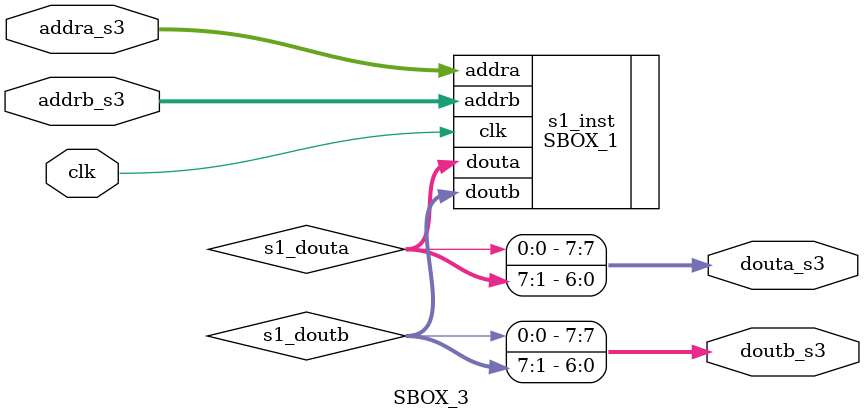
<source format=v>
`timescale 1ns / 1ps


module SBOX_3(
    input         clk,               // Clock signal
    input   [7:0] addra_s3,       // Address for port A
    input   [7:0] addrb_s3,       // Address for port B
    output  [7:0] douta_s3,      // Data output for port A
    output  [7:0] doutb_s3 
    );
    
     wire [7:0] s1_douta, 
                s1_doutb;
                
     // Instantiate SBOX1
    SBOX_1 s1_inst (
        .clk(clk),                
        .addra(addra_s3),            
        .addrb(addrb_s3),           
        .douta(s1_douta),         
        .doutb(s1_doutb)          
    );
    
    
    
    assign douta_s3 = {s1_douta[0],s1_douta[7:1]};     // Rotate right by 1 bit
    assign doutb_s3 = {s1_doutb[0],s1_doutb[7:1]};     // Rotate right by 1 bit
    
    
endmodule

</source>
